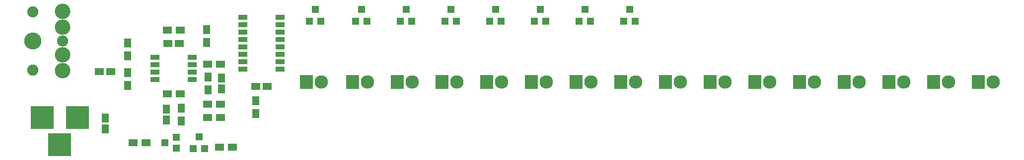
<source format=gbr>
G04 #@! TF.FileFunction,Soldermask,Top*
%FSLAX46Y46*%
G04 Gerber Fmt 4.6, Leading zero omitted, Abs format (unit mm)*
G04 Created by KiCad (PCBNEW 4.0.2-stable) date Saturday, August 27, 2016 'PMt' 12:15:44 PM*
%MOMM*%
G01*
G04 APERTURE LIST*
%ADD10C,0.100000*%
%ADD11R,1.600000X1.150000*%
%ADD12R,1.150000X1.600000*%
%ADD13R,3.900120X3.900120*%
%ADD14R,2.300000X2.400000*%
%ADD15C,2.300000*%
%ADD16C,1.898600*%
%ADD17O,2.940000X2.940000*%
%ADD18O,2.647900X2.647900*%
%ADD19R,1.200100X1.200100*%
%ADD20R,1.300000X1.600000*%
%ADD21R,1.600000X1.300000*%
%ADD22R,1.543000X0.908000*%
G04 APERTURE END LIST*
D10*
D11*
X77536000Y-113030000D03*
X79436000Y-113030000D03*
D12*
X71628000Y-113472000D03*
X71628000Y-111572000D03*
D11*
X52766000Y-110490000D03*
X50866000Y-110490000D03*
D12*
X62230000Y-118806000D03*
X62230000Y-116906000D03*
D11*
X62550000Y-105664000D03*
X64450000Y-105664000D03*
D12*
X51816000Y-120330000D03*
X51816000Y-118430000D03*
D13*
X47094140Y-118364000D03*
X41094660Y-118364000D03*
X44094400Y-123063000D03*
D14*
X86106000Y-112268000D03*
D15*
X88646000Y-112268000D03*
D14*
X147320000Y-112268000D03*
D15*
X149860000Y-112268000D03*
D14*
X93980000Y-112268000D03*
D15*
X96520000Y-112268000D03*
D14*
X154940000Y-112268000D03*
D15*
X157480000Y-112268000D03*
D14*
X101600000Y-112268000D03*
D15*
X104140000Y-112268000D03*
D14*
X162560000Y-112268000D03*
D15*
X165100000Y-112268000D03*
D14*
X109220000Y-112268000D03*
D15*
X111760000Y-112268000D03*
D14*
X170180000Y-112268000D03*
D15*
X172720000Y-112268000D03*
D14*
X116840000Y-112268000D03*
D15*
X119380000Y-112268000D03*
D14*
X177800000Y-112268000D03*
D15*
X180340000Y-112268000D03*
D14*
X124460000Y-112268000D03*
D15*
X127000000Y-112268000D03*
D14*
X185420000Y-112268000D03*
D15*
X187960000Y-112268000D03*
D14*
X132080000Y-112268000D03*
D15*
X134620000Y-112268000D03*
D14*
X193040000Y-112268000D03*
D15*
X195580000Y-112268000D03*
D14*
X139700000Y-112268000D03*
D15*
X142240000Y-112268000D03*
D14*
X200660000Y-112268000D03*
D15*
X203200000Y-112268000D03*
D16*
X39527480Y-100256340D03*
X39527480Y-110253780D03*
X44528740Y-105255060D03*
D17*
X39527480Y-105255060D03*
D18*
X44528740Y-102857300D03*
X44528740Y-107655360D03*
X44528740Y-110355380D03*
X44528740Y-100157280D03*
D19*
X86680000Y-101838760D03*
X88580000Y-101838760D03*
X87630000Y-99839780D03*
X94554000Y-101838760D03*
X96454000Y-101838760D03*
X95504000Y-99839780D03*
X102174000Y-101838760D03*
X104074000Y-101838760D03*
X103124000Y-99839780D03*
X109794000Y-101838760D03*
X111694000Y-101838760D03*
X110744000Y-99839780D03*
X117414000Y-101838760D03*
X119314000Y-101838760D03*
X118364000Y-99839780D03*
X125034000Y-101838760D03*
X126934000Y-101838760D03*
X125984000Y-99839780D03*
X132654000Y-101838760D03*
X134554000Y-101838760D03*
X133604000Y-99839780D03*
X140274000Y-101838760D03*
X142174000Y-101838760D03*
X141224000Y-99839780D03*
D20*
X69088000Y-103294000D03*
X69088000Y-105494000D03*
D21*
X69258000Y-109220000D03*
X71458000Y-109220000D03*
D20*
X69342000Y-113622000D03*
X69342000Y-111422000D03*
X77470000Y-117686000D03*
X77470000Y-115486000D03*
D21*
X71458000Y-116078000D03*
X69258000Y-116078000D03*
X69258000Y-118364000D03*
X71458000Y-118364000D03*
D20*
X55626000Y-105580000D03*
X55626000Y-107780000D03*
X55626000Y-110660000D03*
X55626000Y-112860000D03*
D21*
X64600000Y-114300000D03*
X62400000Y-114300000D03*
D20*
X64770000Y-116756000D03*
X64770000Y-118956000D03*
D21*
X62400000Y-103378000D03*
X64600000Y-103378000D03*
X58758000Y-122682000D03*
X56558000Y-122682000D03*
D22*
X66675000Y-108077000D03*
X66675000Y-109347000D03*
X66675000Y-110617000D03*
X66675000Y-111887000D03*
X60325000Y-111887000D03*
X60325000Y-110617000D03*
X60325000Y-109347000D03*
X60325000Y-108077000D03*
X75311000Y-110109000D03*
X75311000Y-107569000D03*
X75311000Y-106299000D03*
X75311000Y-105029000D03*
X75311000Y-103759000D03*
X75311000Y-102489000D03*
X75311000Y-101219000D03*
X81661000Y-101219000D03*
X81661000Y-102489000D03*
X81661000Y-103759000D03*
X81661000Y-105029000D03*
X81661000Y-106299000D03*
X81661000Y-107569000D03*
X81661000Y-108839000D03*
X81661000Y-110109000D03*
X75311000Y-108839000D03*
D19*
X66868000Y-123682760D03*
X68768000Y-123682760D03*
X67818000Y-121683780D03*
D21*
X71290000Y-123444000D03*
X73490000Y-123444000D03*
D19*
X63992760Y-123632000D03*
X63992760Y-121732000D03*
X61993780Y-122682000D03*
M02*

</source>
